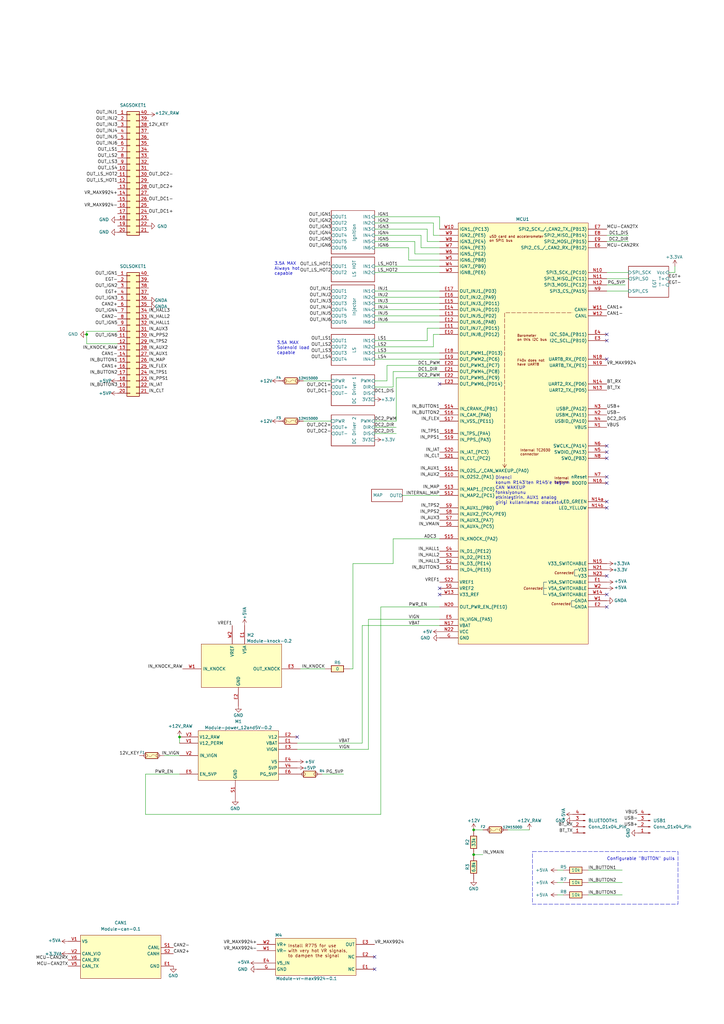
<source format=kicad_sch>
(kicad_sch (version 20231120) (generator "eeschema") (generator_version "8.0")
  (paper "A3" portrait)
  (title_block (title "UAEFI") (date "2024-08-15") (rev "D") (company "rusEFI.com") (comment 1 "https://rusefi.com/s/uaefi"))
  (lib_symbols
    (symbol "Connector:Conn_01x04_Pin" (pin_names (offset 1.016) hide)
      (property "Reference" "J" (at 0 5.08 0))
      (property "Value" "Conn_01x04_Pin" (at 0 -7.62 0))
      (symbol "Conn_01x04_Pin_1_1"
        (pin passive line (at 5.08 2.54 180) (length 3.81) (name "Pin_1") (number "1"))
        (pin passive line (at 5.08 0 180) (length 3.81) (name "Pin_2") (number "2"))
        (pin passive line (at 5.08 -2.54 180) (length 3.81) (name "Pin_3") (number "3"))
        (pin passive line (at 5.08 -5.08 180) (length 3.81) (name "Pin_4") (number "4"))
      )
    )
    (symbol "Connector_Generic:Conn_02x20_Counter_Clockwise" (pin_names (offset 1.016) hide)
      (property "Reference" "J" (at 1.27 25.4 0))
      (property "Value" "Conn_02x20_Counter_Clockwise" (at 1.27 -27.94 0))
      (symbol "Conn_02x20_Counter_Clockwise_1_1"
        (pin passive line (at -5.08 22.86 0) (length 3.81) (name "Pin_1") (number "1"))
        (pin passive line (at -5.08 0 0) (length 3.81) (name "Pin_10") (number "10"))
        (pin passive line (at -5.08 -2.54 0) (length 3.81) (name "Pin_11") (number "11"))
        (pin passive line (at -5.08 -5.08 0) (length 3.81) (name "Pin_12") (number "12"))
        (pin passive line (at -5.08 -7.62 0) (length 3.81) (name "Pin_13") (number "13"))
        (pin passive line (at -5.08 -10.16 0) (length 3.81) (name "Pin_14") (number "14"))
        (pin passive line (at -5.08 -12.7 0) (length 3.81) (name "Pin_15") (number "15"))
        (pin passive line (at -5.08 -15.24 0) (length 3.81) (name "Pin_16") (number "16"))
        (pin passive line (at -5.08 -17.78 0) (length 3.81) (name "Pin_17") (number "17"))
        (pin passive line (at -5.08 -20.32 0) (length 3.81) (name "Pin_18") (number "18"))
        (pin passive line (at -5.08 -22.86 0) (length 3.81) (name "Pin_19") (number "19"))
        (pin passive line (at -5.08 20.32 0) (length 3.81) (name "Pin_2") (number "2"))
        (pin passive line (at -5.08 -25.4 0) (length 3.81) (name "Pin_20") (number "20"))
        (pin passive line (at 7.62 -25.4 180) (length 3.81) (name "Pin_21") (number "21"))
        (pin passive line (at 7.62 -22.86 180) (length 3.81) (name "Pin_22") (number "22"))
        (pin passive line (at 7.62 -20.32 180) (length 3.81) (name "Pin_23") (number "23"))
        (pin passive line (at 7.62 -17.78 180) (length 3.81) (name "Pin_24") (number "24"))
        (pin passive line (at 7.62 -15.24 180) (length 3.81) (name "Pin_25") (number "25"))
        (pin passive line (at 7.62 -12.7 180) (length 3.81) (name "Pin_26") (number "26"))
        (pin passive line (at 7.62 -10.16 180) (length 3.81) (name "Pin_27") (number "27"))
        (pin passive line (at 7.62 -7.62 180) (length 3.81) (name "Pin_28") (number "28"))
        (pin passive line (at 7.62 -5.08 180) (length 3.81) (name "Pin_29") (number "29"))
        (pin passive line (at -5.08 17.78 0) (length 3.81) (name "Pin_3") (number "3"))
        (pin passive line (at 7.62 -2.54 180) (length 3.81) (name "Pin_30") (number "30"))
        (pin passive line (at 7.62 0 180) (length 3.81) (name "Pin_31") (number "31"))
        (pin passive line (at 7.62 2.54 180) (length 3.81) (name "Pin_32") (number "32"))
        (pin passive line (at 7.62 5.08 180) (length 3.81) (name "Pin_33") (number "33"))
        (pin passive line (at 7.62 7.62 180) (length 3.81) (name "Pin_34") (number "34"))
        (pin passive line (at 7.62 10.16 180) (length 3.81) (name "Pin_35") (number "35"))
        (pin passive line (at 7.62 12.7 180) (length 3.81) (name "Pin_36") (number "36"))
        (pin passive line (at 7.62 15.24 180) (length 3.81) (name "Pin_37") (number "37"))
        (pin passive line (at 7.62 17.78 180) (length 3.81) (name "Pin_38") (number "38"))
        (pin passive line (at 7.62 20.32 180) (length 3.81) (name "Pin_39") (number "39"))
        (pin passive line (at -5.08 15.24 0) (length 3.81) (name "Pin_4") (number "4"))
        (pin passive line (at 7.62 22.86 180) (length 3.81) (name "Pin_40") (number "40"))
        (pin passive line (at -5.08 12.7 0) (length 3.81) (name "Pin_5") (number "5"))
        (pin passive line (at -5.08 10.16 0) (length 3.81) (name "Pin_6") (number "6"))
        (pin passive line (at -5.08 7.62 0) (length 3.81) (name "Pin_7") (number "7"))
        (pin passive line (at -5.08 5.08 0) (length 3.81) (name "Pin_8") (number "8"))
        (pin passive line (at -5.08 2.54 0) (length 3.81) (name "Pin_9") (number "9"))
      )
    )
    (symbol "hellen-one-can-0.1:Module-can-0.1"
      (property "Reference" "M" (at 0 0 0))
      (property "Value" "Module-can-0.1" (at 0 0 0))
      (symbol "Module-can-0.1_1_0"
        (pin passive line (at 38.1 -12.7 180) (length 5.08) (name "GND") (number "E1"))
        (pin passive line (at 38.1 -5.08 180) (length 5.08) (name "CANL") (number "S1"))
        (pin passive line (at 38.1 -7.62 180) (length 5.08) (name "CANH") (number "S2"))
        (pin passive line (at -5.08 -2.54 0) (length 5.08) (name "V5") (number "V1"))
        (pin passive line (at -5.08 -7.62 0) (length 5.08) (name "CAN_VIO") (number "V2"))
        (pin passive line (at -5.08 -12.7 0) (length 5.08) (name "CAN_TX") (number "V5"))
        (pin passive line (at -5.08 -10.16 0) (length 5.08) (name "CAN_RX") (number "V6"))
      )
    )
    (symbol "hellen-one-common:+12V_RAW" (power) (pin_names (offset 0))
      (property "Value" "+12V_RAW" (at 0 3.556 0))
      (symbol "+12V_RAW_1_1"
        (pin power_in line (at 0 0 90) (length 0) hide (name "+12V_RAW") (number "1"))
      )
    )
    (symbol "hellen-one-common:Fuse-Pad-Pad" (pin_numbers hide) (pin_names (offset 0.762) hide)
      (property "Reference" "F" (at 0 2.54 0))
      (symbol "Fuse-Pad-Pad_0_1"
        (pin passive line (at -5.08 0 0) (length 2.54) (name "1") (number "1"))
        (pin passive line (at 5.08 0 180) (length 2.54) (name "2") (number "2"))
      )
    )
    (symbol "hellen-one-common:Jumper-Pad-Pad" (pin_numbers hide) (pin_names (offset 0.762) hide)
      (property "Reference" "R" (at 0 2.54 0))
      (symbol "Jumper-Pad-Pad_0_1"
        (pin passive line (at -5.08 0 0) (length 2.54) (name "1") (number "1"))
        (pin passive line (at 5.08 0 180) (length 2.54) (name "2") (number "2"))
      )
    )
    (symbol "hellen-one-common:Res" (pin_numbers hide)
      (property "Reference" "R" (at 3.81 2.54 0))
      (property "Value" "Res" (at 5.08 -2.54 0))
      (symbol "Res_1_0"
        (pin passive line (at 0 0 0) (length 2.54) (name "") (number "1"))
        (pin passive line (at 10.16 0 180) (length 2.54) (name "") (number "2"))
      )
    )
    (symbol "hellen-one-knock-0.2:Module-knock-0.2"
      (property "Reference" "M" (at 0 0 0))
      (property "Value" "Module-knock-0.2" (at 0 0 0))
      (symbol "Module-knock-0.2_1_0"
        (pin passive line (at 17.78 7.62 270) (length 7.62) (name "V5A") (number "E1"))
        (pin passive line (at 15.24 -25.4 90) (length 7.62) (name "GND") (number "E2"))
        (pin passive line (at 40.64 -10.16 180) (length 7.62) (name "OUT_KNOCK") (number "E3"))
        (pin passive line (at -7.62 -10.16 0) (length 7.62) (name "IN_KNOCK") (number "W1"))
        (pin passive line (at 12.7 7.62 270) (length 7.62) (name "VREF") (number "W2"))
      )
    )
    (symbol "hellen-one-mega-mcu100-0.3:Module{colon}mega-mcu100/0.3"
      (property "Reference" "M100" (at 7.62 2.54 0))
      (property "Value" "Module:mega-mcu100/0.3" (at 7.62 -172.72 0))
      (symbol "Module{colon}mega-mcu100/0.3_1_0"
        (text "Barometer\non this I2C bus" (at 31.75 -44.45 0) (effects (font (size 1.016 1.016)) (justify left)))
        (text "Connected" (at 34.29 -147.32 0) (effects (font (size 1.016 1.016) (italic yes)) (justify left)))
        (text "Connected" (at 45.72 -153.67 0) (effects (font (size 1.016 1.016) (italic yes)) (justify left)))
        (text "Connected" (at 46.99 -140.97 0) (effects (font (size 1.016 1.016) (italic yes)) (justify left)))
        (text "F40x does not\nhave UART8" (at 31.75 -54.61 0) (effects (font (size 1.016 1.016)) (justify left)))
        (text "Internal\nbuttons" (at 46.99 -102.87 0) (effects (font (size 1.016 1.016)) (justify left)))
        (text "Internal TC2030\nconnector" (at 33.02 -91.44 0) (effects (font (size 1.016 1.016)) (justify left)))
        (text "uSD card and accelerometer \non SPI1 bus" (at 20.32 -3.81 0) (effects (font (size 1.016 1.016)) (justify left)))
        (pin passive line (at 68.58 -144.78 180) (length 7.62) (name "V5A_SWITCHABLE") (number "E1"))
        (pin passive line (at 0 -43.18 0) (length 7.62) (name "OUT_INJ8_(PD12)") (number "E10"))
        (pin passive line (at 0 -40.64 0) (length 7.62) (name "OUT_INJ7_(PD15)") (number "E11"))
        (pin passive line (at 0 -38.1 0) (length 7.62) (name "OUT_INJ6_(PA8)") (number "E12"))
        (pin passive line (at 0 -35.56 0) (length 7.62) (name "OUT_INJ5_(PD2)") (number "E13"))
        (pin passive line (at 0 -33.02 0) (length 7.62) (name "OUT_INJ4_(PD10)") (number "E14"))
        (pin passive line (at 0 -30.48 0) (length 7.62) (name "OUT_INJ3_(PD11)") (number "E15"))
        (pin passive line (at 0 -27.94 0) (length 7.62) (name "OUT_INJ2_(PA9)") (number "E16"))
        (pin passive line (at 0 -25.4 0) (length 7.62) (name "OUT_INJ1_(PD3)") (number "E17"))
        (pin passive line (at 0 -50.8 0) (length 7.62) (name "OUT_PWM1_(PD13)") (number "E18"))
        (pin passive line (at 0 -53.34 0) (length 7.62) (name "OUT_PWM2_(PC6)") (number "E19"))
        (pin passive line (at 68.58 -154.94 180) (length 7.62) (name "GNDA") (number "E2"))
        (pin passive line (at 0 -55.88 0) (length 7.62) (name "OUT_PWM3_(PC7)") (number "E20"))
        (pin passive line (at 0 -58.42 0) (length 7.62) (name "OUT_PWM4_(PC8)") (number "E21"))
        (pin passive line (at 0 -60.96 0) (length 7.62) (name "OUT_PWM5_(PC9)") (number "E22"))
        (pin passive line (at 0 -63.5 0) (length 7.62) (name "OUT_PWM6_(PD14)") (number "E23"))
        (pin passive line (at 68.58 -45.72 180) (length 7.62) (name "I2C_SCL_(PB10)") (number "E3"))
        (pin passive line (at 68.58 -43.18 180) (length 7.62) (name "I2C_SDA_(PB11)") (number "E4"))
        (pin passive line (at 0 -160.02 0) (length 7.62) (name "IN_VIGN_(PA5)") (number "E5"))
        (pin passive line (at 68.58 -7.62 180) (length 7.62) (name "SPI2_CS_/_CAN2_RX_(PB12)") (number "E6"))
        (pin passive line (at 68.58 0 180) (length 7.62) (name "SPI2_SCK_/_CAN2_TX_(PB13)") (number "E7"))
        (pin passive line (at 68.58 -2.54 180) (length 7.62) (name "SPI2_MISO_(PB14)") (number "E8"))
        (pin passive line (at 68.58 -5.08 180) (length 7.62) (name "SPI2_MOSI_(PB15)") (number "E9"))
        (pin passive line (at 0 -167.64 0) (length 7.62) (name "GND") (number "G"))
        (pin passive line (at 68.58 -81.28 180) (length 7.62) (name "VBUS") (number "N1"))
        (pin passive line (at 68.58 -17.78 180) (length 7.62) (name "SPI3_SCK_(PC10)") (number "N10"))
        (pin passive line (at 68.58 -20.32 180) (length 7.62) (name "SPI3_MISO_(PC11)") (number "N11"))
        (pin passive line (at 68.58 -22.86 180) (length 7.62) (name "SPI3_MOSI_(PC12)") (number "N12"))
        (pin passive line (at 68.58 -66.04 180) (length 7.62) (name "UART2_TX_(PD5)") (number "N13"))
        (pin passive line (at 68.58 -63.5 180) (length 7.62) (name "UART2_RX_(PD6)") (number "N14"))
        (pin passive line (at 68.58 -111.76 180) (length 7.62) (name "LED_GREEN") (number "N14a"))
        (pin passive line (at 68.58 -114.3 180) (length 7.62) (name "LED_YELLOW") (number "N14b"))
        (pin passive line (at 68.58 -137.16 180) (length 7.62) (name "V33_SWITCHABLE") (number "N15"))
        (pin passive line (at 68.58 -104.14 180) (length 7.62) (name "BOOT0") (number "N16"))
        (pin passive line (at 0 -162.56 0) (length 7.62) (name "VBAT") (number "N17"))
        (pin passive line (at 68.58 -53.34 180) (length 7.62) (name "UART8_RX_(PE0)") (number "N18"))
        (pin passive line (at 68.58 -55.88 180) (length 7.62) (name "UART8_TX_(PE1)") (number "N19"))
        (pin passive line (at 68.58 -76.2 180) (length 7.62) (name "USBM_(PA11)") (number "N2"))
        (pin passive line (at 0 -154.94 0) (length 7.62) (name "OUT_PWR_EN_(PE10)") (number "N20"))
        (pin passive line (at 68.58 -139.7 180) (length 7.62) (name "V33") (number "N21"))
        (pin passive line (at 0 -165.1 0) (length 7.62) (name "VCC") (number "N22"))
        (pin passive line (at 68.58 -142.24 180) (length 7.62) (name "V33") (number "N23"))
        (pin passive line (at 68.58 -73.66 180) (length 7.62) (name "USBP_(PA12)") (number "N3"))
        (pin passive line (at 68.58 -78.74 180) (length 7.62) (name "USBID_(PA10)") (number "N4"))
        (pin passive line (at 68.58 -91.44 180) (length 7.62) (name "SWDIO_(PA13)") (number "N5"))
        (pin passive line (at 68.58 -88.9 180) (length 7.62) (name "SWCLK_(PA14)") (number "N6"))
        (pin passive line (at 68.58 -101.6 180) (length 7.62) (name "nReset") (number "N7"))
        (pin passive line (at 68.58 -93.98 180) (length 7.62) (name "SWO_(PB3)") (number "N8"))
        (pin passive line (at 68.58 -25.4 180) (length 7.62) (name "SPI3_CS_(PA15)") (number "N9"))
        (pin passive line (at 0 -139.7 0) (length 7.62) (name "IN_D4_(PE15)") (number "S1"))
        (pin passive line (at 0 -101.6 0) (length 7.62) (name "IN_O2S2_(PA1)") (number "S10"))
        (pin passive line (at 0 -99.06 0) (length 7.62) (name "IN_O2S_/_CAN_WAKEUP_(PA0)") (number "S11"))
        (pin passive line (at 0 -109.22 0) (length 7.62) (name "IN_MAP2_(PC1)") (number "S12"))
        (pin passive line (at 0 -106.68 0) (length 7.62) (name "IN_MAP1_(PC0)") (number "S13"))
        (pin passive line (at 0 -73.66 0) (length 7.62) (name "IN_CRANK_(PB1)") (number "S14"))
        (pin passive line (at 0 -127 0) (length 7.62) (name "IN_KNOCK_(PA2)") (number "S15"))
        (pin passive line (at 0 -76.2 0) (length 7.62) (name "IN_CAM_(PA6)") (number "S16"))
        (pin passive line (at 0 -78.74 0) (length 7.62) (name "IN_VSS_(PE11)") (number "S17"))
        (pin passive line (at 0 -83.82 0) (length 7.62) (name "IN_TPS_(PA4)") (number "S18"))
        (pin passive line (at 0 -86.36 0) (length 7.62) (name "IN_PPS_(PA3)") (number "S19"))
        (pin passive line (at 0 -137.16 0) (length 7.62) (name "IN_D3_(PE14)") (number "S2"))
        (pin passive line (at 0 -91.44 0) (length 7.62) (name "IN_IAT_(PC3)") (number "S20"))
        (pin passive line (at 0 -93.98 0) (length 7.62) (name "IN_CLT_(PC2)") (number "S21"))
        (pin passive line (at 0 -144.78 0) (length 7.62) (name "VREF1") (number "S22"))
        (pin passive line (at 0 -134.62 0) (length 7.62) (name "IN_D2_(PE13)") (number "S3"))
        (pin passive line (at 0 -132.08 0) (length 7.62) (name "IN_D1_(PE12)") (number "S4"))
        (pin passive line (at 0 -147.32 0) (length 7.62) (name "VREF2") (number "S5"))
        (pin passive line (at 0 -121.92 0) (length 7.62) (name "IN_AUX4_(PC5)") (number "S6"))
        (pin passive line (at 0 -119.38 0) (length 7.62) (name "IN_AUX3_(PA7)") (number "S7"))
        (pin passive line (at 0 -116.84 0) (length 7.62) (name "IN_AUX2_(PC4/PE9)") (number "S8"))
        (pin passive line (at 0 -114.3 0) (length 7.62) (name "IN_AUX1_(PB0)") (number "S9"))
        (pin passive line (at 68.58 -152.4 180) (length 7.62) (name "GNDA") (number "W1"))
        (pin passive line (at 0 0 0) (length 7.62) (name "IGN1_(PC13)") (number "W10"))
        (pin passive line (at 68.58 -33.02 180) (length 7.62) (name "CANH") (number "W11"))
        (pin passive line (at 68.58 -35.56 180) (length 7.62) (name "CANL") (number "W12"))
        (pin passive line (at 0 -149.86 0) (length 7.62) (name "V33_REF") (number "W13"))
        (pin passive line (at 68.58 -149.86 180) (length 7.62) (name "V5A_SWITCHABLE") (number "W14"))
        (pin passive line (at 68.58 -147.32 180) (length 7.62) (name "V5A_SWITCHABLE") (number "W2"))
        (pin passive line (at 0 -17.78 0) (length 7.62) (name "IGN8_(PE6)") (number "W3"))
        (pin passive line (at 0 -15.24 0) (length 7.62) (name "IGN7_(PB9)") (number "W4"))
        (pin passive line (at 0 -12.7 0) (length 7.62) (name "IGN6_(PB8)") (number "W5"))
        (pin passive line (at 0 -10.16 0) (length 7.62) (name "IGN5_(PE2)") (number "W6"))
        (pin passive line (at 0 -7.62 0) (length 7.62) (name "IGN4_(PE3)") (number "W7"))
        (pin passive line (at 0 -5.08 0) (length 7.62) (name "IGN3_(PE4)") (number "W8"))
        (pin passive line (at 0 -2.54 0) (length 7.62) (name "IGN2_(PE5)") (number "W9"))
      )
    )
    (symbol "hellen-one-power_12and5V:Module-power_12and5V-0.2"
      (property "Reference" "M" (at 1.27 1.27 0))
      (property "Value" "Module-power_12and5V-0.2" (at -1.27 3.81 0))
      (symbol "Module-power_12and5V-0.2_1_0"
        (pin passive line (at 40.64 -5.08 180) (length 7.62) (name "VBAT") (number "E1"))
        (pin passive line (at 40.64 -2.54 180) (length 7.62) (name "V12") (number "E2"))
        (pin passive line (at 40.64 -7.62 180) (length 7.62) (name "VIGN") (number "E3"))
        (pin passive line (at 40.64 -12.7 180) (length 7.62) (name "V5") (number "E4"))
        (pin passive line (at -7.62 -17.78 0) (length 7.62) (name "EN_5VP") (number "E5"))
        (pin passive line (at 40.64 -17.78 180) (length 7.62) (name "PG_5VP") (number "E6"))
        (pin passive line (at 15.24 -27.94 90) (length 7.62) (name "GND") (number "S1"))
        (pin passive line (at -7.62 -5.08 0) (length 7.62) (name "V12_PERM") (number "V1"))
        (pin passive line (at -7.62 -10.16 0) (length 7.62) (name "IN_VIGN") (number "V2"))
        (pin passive line (at -7.62 -2.54 0) (length 7.62) (name "V12_RAW") (number "V3"))
        (pin passive line (at 40.64 -15.24 180) (length 7.62) (name "5VP") (number "V4"))
      )
    )
    (symbol "power:+12V" (power) (pin_names (offset 0))
      (property "Value" "+12V" (at 0 3.556 0))
      (symbol "+12V_1_1"
        (pin power_in line (at 0 0 90) (length 0) hide (name "+12V") (number "1"))
      )
    )
    (symbol "power:+3.3V" (power) (pin_names (offset 0))
      (property "Value" "+3.3V" (at 0 3.556 0))
      (symbol "+3.3V_1_1"
        (pin power_in line (at 0 0 90) (length 0) hide (name "+3.3V") (number "1"))
      )
    )
    (symbol "power:+3.3VA" (power) (pin_names (offset 0))
      (property "Value" "+3.3VA" (at 0 3.556 0))
      (symbol "+3.3VA_1_1"
        (pin power_in line (at 0 0 90) (length 0) hide (name "+3.3VA") (number "1"))
      )
    )
    (symbol "power:+5V" (power) (pin_names (offset 0))
      (property "Value" "+5V" (at 0 3.556 0))
      (symbol "+5V_1_1"
        (pin power_in line (at 0 0 90) (length 0) hide (name "+5V") (number "1"))
      )
    )
    (symbol "power:+5VA" (power) (pin_names (offset 0))
      (property "Value" "+5VA" (at 0 3.556 0))
      (symbol "+5VA_1_1"
        (pin power_in line (at 0 0 90) (length 0) hide (name "+5VA") (number "1"))
      )
    )
    (symbol "power:+5VP" (power) (pin_names (offset 0))
      (property "Value" "+5VP" (at 0 3.556 0))
      (symbol "+5VP_1_1"
        (pin power_in line (at 0 0 90) (length 0) hide (name "+5VP") (number "1"))
      )
    )
    (symbol "power:GND" (power) (pin_names (offset 0))
      (property "Value" "GND" (at 0 -3.81 0))
      (symbol "GND_1_1"
        (pin power_in line (at 0 0 270) (length 0) hide (name "GND") (number "1"))
      )
    )
    (symbol "power:GNDA" (power) (pin_names (offset 0))
      (property "Value" "GNDA" (at 0 -3.81 0))
      (symbol "GNDA_1_1"
        (pin power_in line (at 0 0 270) (length 0) hide (name "GNDA") (number "1"))
      )
    )
    (symbol "vr-max9924:Module-vr-max9924-0.1"
      (property "Reference" "M" (at 1.27 1.27 0))
      (property "Value" "Module-vr-max9924-0.1" (at 16.51 -16.51 0))
      (symbol "Module-vr-max9924-0.1_1_0"
        (text "Install R775 for use \nwith very hot VR signals, \nto dampen the signal" (at 5.08 -5.08 0) (effects (font (size 1.27 1.27)) (justify left)))
        (pin passive line (at 40.64 -12.7 180) (length 7.62) (name "NC") (number "E1"))
        (pin passive line (at 40.64 -7.62 180) (length 7.62) (name "NC") (number "E2"))
        (pin passive line (at 40.64 -2.54 180) (length 7.62) (name "OUT") (number "E3"))
        (pin passive line (at -7.62 -10.16 0) (length 7.62) (name "V5_IN") (number "E4"))
        (pin passive line (at -7.62 -12.7 0) (length 7.62) (name "GND") (number "G"))
        (pin passive line (at -7.62 -5.08 0) (length 7.62) (name "VR-") (number "W1"))
        (pin passive line (at -7.62 -2.54 0) (length 7.62) (name "VR+") (number "W2"))
      )
    )
  )
  (junction (at 194.31 340.36))
  (junction (at 73.66 302.26))
  (junction (at 35.56 137.16))
  (junction (at 194.31 350.52))
  (no_connect (at 248.92 182.88))
  (no_connect (at 248.92 187.96))
  (no_connect (at 248.92 248.92))
  (no_connect (at 248.92 147.32))
  (no_connect (at 248.92 198.12))
  (no_connect (at 248.92 208.28))
  (no_connect (at 248.92 185.42))
  (no_connect (at 121.92 302.26))
  (no_connect (at 248.92 236.22))
  (no_connect (at 248.92 205.74))
  (no_connect (at 153.67 392.43))
  (no_connect (at 248.92 243.84))
  (no_connect (at 180.34 157.48))
  (no_connect (at 248.92 137.16))
  (no_connect (at 248.92 139.7))
  (no_connect (at 153.67 397.51))
  (no_connect (at 180.34 241.3))
  (no_connect (at 180.34 243.84))
  (no_connect (at 248.92 195.58))
  (wire (pts (xy 153.67 139.7) (xy 175.26 139.7)))
  (wire (pts (xy 153.67 147.32) (xy 180.34 147.32)))
  (wire (pts (xy 153.67 119.38) (xy 180.34 119.38)))
  (wire (pts (xy 153.67 172.72) (xy 162.56 172.72)))
  (wire (pts (xy 153.67 129.54) (xy 180.34 129.54)))
  (wire (pts (xy 153.67 93.98) (xy 175.26 93.98)))
  (wire (pts (xy 276.86 111.76) (xy 276.86 109.22)))
  (wire (pts (xy 133.35 274.32) (xy 123.19 274.32)))
  (wire (pts (xy 153.67 127) (xy 180.34 127)))
  (wire (pts (xy 180.34 88.9) (xy 180.34 93.98)))
  (wire (pts (xy 153.67 111.76) (xy 180.34 111.76)))
  (wire (pts (xy 153.67 101.6) (xy 167.64 101.6)))
  (wire (pts (xy 208.28 340.36) (xy 217.17 340.36)))
  (wire (pts (xy 156.21 334.01) (xy 156.21 248.92)))
  (wire (pts (xy 153.67 144.78) (xy 180.34 144.78)))
  (wire (pts (xy 167.64 106.68) (xy 180.34 106.68)))
  (wire (pts (xy 148.59 256.54) (xy 180.34 256.54)))
  (wire (pts (xy 248.92 99.06) (xy 257.81 99.06)))
  (wire (pts (xy 241.3 361.95) (xy 255.27 361.95)))
  (wire (pts (xy 124.46 172.72) (xy 135.89 172.72)))
  (wire (pts (xy 172.72 101.6) (xy 180.34 101.6)))
  (wire (pts (xy 248.92 111.76) (xy 257.81 111.76)))
  (wire (pts (xy 153.67 124.46) (xy 180.34 124.46)))
  (wire (pts (xy 248.92 96.52) (xy 257.81 96.52)))
  (wire (pts (xy 177.8 137.16) (xy 180.34 137.16)))
  (wire (pts (xy 35.56 135.89) (xy 35.56 137.16)))
  (wire (pts (xy 256.54 116.84) (xy 248.92 116.84)))
  (wire (pts (xy 170.18 99.06) (xy 170.18 104.14)))
  (wire (pts (xy 161.29 152.4) (xy 180.34 152.4)))
  (wire (pts (xy 153.67 121.92) (xy 180.34 121.92)))
  (wire (pts (xy 124.46 156.21) (xy 135.89 156.21)))
  (wire (pts (xy 175.26 134.62) (xy 180.34 134.62)))
  (wire (pts (xy 161.29 220.98) (xy 180.34 220.98)))
  (wire (pts (xy 59.69 317.5) (xy 73.66 317.5)))
  (wire (pts (xy 172.72 96.52) (xy 172.72 101.6)))
  (wire (pts (xy 158.75 149.86) (xy 180.34 149.86)))
  (wire (pts (xy 153.67 91.44) (xy 177.8 91.44)))
  (wire (pts (xy 144.78 231.14) (xy 161.29 231.14)))
  (wire (pts (xy 156.21 248.92) (xy 180.34 248.92)))
  (wire (pts (xy 143.51 274.32) (xy 144.78 274.32)))
  (wire (pts (xy 162.56 172.72) (xy 162.56 154.94)))
  (wire (pts (xy 165.1 203.2) (xy 180.34 203.2)))
  (wire (pts (xy 161.29 231.14) (xy 161.29 220.98)))
  (wire (pts (xy 153.67 175.26) (xy 162.56 175.26)))
  (wire (pts (xy 59.69 334.01) (xy 156.21 334.01)))
  (wire (pts (xy 194.31 340.36) (xy 198.12 340.36)))
  (wire (pts (xy 132.08 317.5) (xy 140.97 317.5)))
  (wire (pts (xy 194.31 350.52) (xy 198.12 350.52)))
  (wire (pts (xy 153.67 109.22) (xy 180.34 109.22)))
  (wire (pts (xy 153.67 142.24) (xy 177.8 142.24)))
  (wire (pts (xy 175.26 99.06) (xy 180.34 99.06)))
  (wire (pts (xy 151.13 254) (xy 180.34 254)))
  (wire (pts (xy 121.92 304.8) (xy 148.59 304.8)))
  (wire (pts (xy 248.92 119.38) (xy 257.81 119.38)))
  (wire (pts (xy 175.26 139.7) (xy 175.26 134.62)))
  (wire (pts (xy 153.67 96.52) (xy 172.72 96.52)))
  (wire (pts (xy 161.29 158.75) (xy 161.29 152.4)))
  (wire (pts (xy 151.13 307.34) (xy 151.13 254)))
  (wire (pts (xy 153.67 99.06) (xy 170.18 99.06)))
  (wire (pts (xy 153.67 156.21) (xy 158.75 156.21)))
  (wire (pts (xy 59.69 334.01) (xy 59.69 317.5)))
  (wire (pts (xy 153.67 88.9) (xy 180.34 88.9)))
  (wire (pts (xy 170.18 104.14) (xy 180.34 104.14)))
  (wire (pts (xy 48.26 140.97) (xy 35.56 140.97)))
  (wire (pts (xy 148.59 304.8) (xy 148.59 256.54)))
  (wire (pts (xy 48.26 135.89) (xy 35.56 135.89)))
  (wire (pts (xy 228.6 361.95) (xy 231.14 361.95)))
  (wire (pts (xy 35.56 140.97) (xy 35.56 137.16)))
  (wire (pts (xy 144.78 274.32) (xy 144.78 231.14)))
  (wire (pts (xy 228.6 367.03) (xy 231.14 367.03)))
  (wire (pts (xy 175.26 93.98) (xy 175.26 99.06)))
  (wire (pts (xy 167.64 101.6) (xy 167.64 106.68)))
  (wire (pts (xy 73.66 302.26) (xy 73.66 304.8)))
  (wire (pts (xy 121.92 307.34) (xy 151.13 307.34)))
  (wire (pts (xy 67.31 309.88) (xy 73.66 309.88)))
  (wire (pts (xy 228.6 356.87) (xy 231.14 356.87)))
  (wire (pts (xy 158.75 156.21) (xy 158.75 149.86)))
  (wire (pts (xy 153.67 158.75) (xy 161.29 158.75)))
  (wire (pts (xy 153.67 132.08) (xy 180.34 132.08)))
  (wire (pts (xy 153.67 177.8) (xy 162.56 177.8)))
  (wire (pts (xy 177.8 142.24) (xy 177.8 137.16)))
  (wire (pts (xy 274.32 111.76) (xy 276.86 111.76)))
  (wire (pts (xy 162.56 154.94) (xy 180.34 154.94)))
  (wire (pts (xy 177.8 96.52) (xy 180.34 96.52)))
  (wire (pts (xy 248.92 114.3) (xy 257.81 114.3)))
  (wire (pts (xy 241.3 356.87) (xy 255.27 356.87)))
  (wire (pts (xy 241.3 367.03) (xy 255.27 367.03)))
  (wire (pts (xy 177.8 91.44) (xy 177.8 96.52)))
  (rectangle (start 218.44 349.25) (end 278.13 370.84) (stroke (width 0) (type dash)))
  (text "3.5A MAX\nSolenoid load\ncapable" (at 113.538 145.542 0) (effects (font (size 1.27 1.27)) (justify left bottom)))
  (text "Direnci\nkonum R143'ten R145'e taşıyın\nCAN WAKEUP\nfonksiyonunu\netkinleştirin. AUX1 analog\ngirişi kullanılamaz olacaktır." (at 203.2 207.01 0) (effects (font (size 1.27 1.27)) (justify left bottom)))
  (text "3.5A MAX\nAlways hot\ncapable" (at 112.522 113.03 0) (effects (font (size 1.27 1.27)) (justify left bottom)))
  (text "Configurable \"BUTTON\" pulls" (at 248.92 353.06 0) (effects (font (size 1.27 1.27)) (justify left bottom)))
  (label "PG_5VP" (at 256.54 116.84 180))
  (label "IN_HALL1" (at 180.34 226.06 180))
  (label "12V_KEY" (at 57.15 309.88 180))
  (label "IN_PPS1" (at 180.34 180.34 180))
  (label "IN_PPS2" (at 60.96 138.43 0))
  (label "MCU-CAN2TX" (at 248.92 93.98 0))
  (label "OUT_LS1" (at 135.89 139.7 180))
  (label "CAN1-" (at 48.26 146.05 180))
  (label "IN_AUX2" (at 60.96 143.51 0))
  (label "DC2_DIR" (at 153.67 175.26 0))
  (label "OUT_DC1-" (at 135.89 161.29 180))
  (label "OUT_IGN3" (at 135.89 93.98 180))
  (label "OUT_INJ6" (at 48.26 59.69 180))
  (label "OUT_INJ5" (at 48.26 57.15 180))
  (label "MCU-CAN2RX" (at 27.94 393.7 180))
  (label "IN_IAT" (at 60.96 158.75 0))
  (label "LS3" (at 154.94 144.78 0))
  (label "IN_CLT" (at 180.34 187.96 180))
  (label "CAN2-" (at 71.12 388.62 0))
  (label "MCU-CAN2RX" (at 248.92 101.6 0))
  (label "EGT+" (at 48.26 120.65 180))
  (label "OUT_LS3" (at 48.26 67.31 180))
  (label "IN_HALL3" (at 60.96 128.27 0))
  (label "OUT_INJ4" (at 135.89 127 180))
  (label "OUT_LS4" (at 135.89 147.32 180))
  (label "OUT_DC2-" (at 135.89 177.8 180))
  (label "INJ6" (at 154.94 132.08 0))
  (label "BT_RX" (at 234.95 339.09 180))
  (label "OUT_INJ1" (at 135.89 119.38 180))
  (label "CAN1+" (at 248.92 127 0))
  (label "IN_BUTTON3" (at 241.3 367.03 0))
  (label "IGN5" (at 154.94 99.06 0))
  (label "OUT_IGN5" (at 48.26 133.35 180))
  (label "IN_FLEX" (at 180.34 172.72 180))
  (label "VR_MAX9924+" (at 48.26 80.01 180))
  (label "IN_HALL2" (at 60.96 130.81 0))
  (label "IN_VMAIN" (at 198.12 350.52 0))
  (label "USB-" (at 261.62 336.55 180))
  (label "OUT_INJ3" (at 48.26 52.07 180))
  (label "BT_TX" (at 234.95 341.63 180))
  (label "IN_AUX1" (at 60.96 146.05 0))
  (label "VIGN" (at 143.51 307.34 180))
  (label "VBAT" (at 167.64 256.54 0))
  (label "IN_HALL2" (at 180.34 228.6 180))
  (label "IGN6" (at 154.94 101.6 0))
  (label "USB+" (at 248.92 167.64 0))
  (label "OUT_INJ2" (at 48.26 49.53 180))
  (label "OUT_LS_HOT2" (at 135.89 111.76 180))
  (label "CAN1+" (at 48.26 151.13 180))
  (label "BT_RX" (at 248.92 157.48 0))
  (label "VREF1" (at 180.34 238.76 180))
  (label "IN_BUTTON1" (at 180.34 167.64 180))
  (label "OUT_INJ4" (at 48.26 54.61 180))
  (label "IN_TPS2" (at 60.96 140.97 0))
  (label "OUT_LS3" (at 135.89 144.78 180))
  (label "INJ4" (at 154.94 127 0))
  (label "DC1_DIS" (at 257.81 96.52 180))
  (label "LS4" (at 154.94 147.32 0))
  (label "IN_TPS1" (at 60.96 153.67 0))
  (label "INJ5" (at 154.94 129.54 0))
  (label "IN_KNOCK" (at 133.35 274.32 180))
  (label "BT_TX" (at 248.92 160.02 0))
  (label "USB+" (at 261.62 339.09 180))
  (label "DC2_DIS" (at 248.92 172.72 0))
  (label "IGN2" (at 154.94 91.44 0))
  (label "OUT_DC2+" (at 60.96 77.47 0))
  (label "USB-" (at 248.92 170.18 0))
  (label "OUT_IGN4" (at 135.89 96.52 180))
  (label "IN_BUTTON1" (at 48.26 148.59 180))
  (label "DC2_PWM" (at 153.67 172.72 0))
  (label "IN_BUTTON1" (at 241.3 356.87 0))
  (label "VREF1" (at 95.25 256.54 180))
  (label "PWR_EN" (at 63.5 317.5 0))
  (label "OUT_LS1" (at 48.26 62.23 180))
  (label "VBAT" (at 143.51 304.8 180))
  (label "IN_PPS1" (at 60.96 156.21 0))
  (label "OUT_IGN2" (at 135.89 91.44 180))
  (label "PG_5VP" (at 140.97 317.5 180))
  (label "OUT_DC1+" (at 60.96 87.63 0))
  (label "OUT_LS_HOT1" (at 135.89 109.22 180))
  (label "LS_HOT2" (at 154.94 111.76 0))
  (label "OUT_IGN2" (at 48.26 118.11 180))
  (label "IN_MAP" (at 60.96 148.59 0))
  (label "OUT_INJ3" (at 135.89 124.46 180))
  (label "IN_KNOCK_RAW" (at 48.26 143.51 180))
  (label "VR_MAX9924" (at 248.92 149.86 0))
  (label "DC2_PWM" (at 171.45 154.94 0))
  (label "DC2_DIR" (at 257.81 99.06 180))
  (label "IN_BUTTON3" (at 180.34 233.68 180))
  (label "IN_TPS2" (at 180.34 208.28 180))
  (label "IN_HALL3" (at 180.34 231.14 180))
  (label "OUT_IGN1" (at 48.26 113.03 180))
  (label "IN_AUX1" (at 180.34 193.04 180))
  (label "IN_BUTTON3" (at 48.26 158.75 180))
  (label "DC1_DIR" (at 171.45 152.4 0))
  (label "IN_PPS2" (at 180.34 210.82 180))
  (label "VR_MAX9924+" (at 105.41 387.35 180))
  (label "OUT_INJ2" (at 135.89 121.92 180))
  (label "LS2" (at 154.94 142.24 0))
  (label "EGT-" (at 48.26 115.57 180))
  (label "MCU-CAN2TX" (at 27.94 396.24 180))
  (label "OUT_DC2-" (at 60.96 72.39 0))
  (label "VIGN" (at 167.64 254 0))
  (label "IN_AUX3" (at 60.96 135.89 0))
  (label "INJ3" (at 154.94 124.46 0))
  (label "VR_MAX9924" (at 153.67 387.35 0))
  (label "IN_TPS1" (at 180.34 177.8 180))
  (label "EGT+" (at 274.32 114.3 0))
  (label "ADC3" (at 173.99 220.98 0))
  (label "OUT_IGN6" (at 135.89 101.6 180))
  (label "OUT_INJ6" (at 135.89 132.08 180))
  (label "VBUS" (at 248.92 175.26 0))
  (label "OUT_LS_HOT1" (at 48.26 74.93 180))
  (label "IN_MAP" (at 180.34 200.66 180))
  (label "IN_BUTTON2" (at 180.34 170.18 180))
  (label "CAN2+" (at 71.12 391.16 0))
  (label "OUT_INJ5" (at 135.89 129.54 180))
  (label "VR_MAX9924-" (at 105.41 389.89 180))
  (label "CAN1-" (at 248.92 129.54 0))
  (label "IN_AUX2" (at 180.34 195.58 180))
  (label "CAN2+" (at 48.26 125.73 180))
  (label "IGN1" (at 154.94 88.9 0))
  (label "IN_IAT" (at 180.34 185.42 180))
  (label "IN_HALL1" (at 60.96 133.35 0))
  (label "OUT_IGN3" (at 48.26 123.19 180))
  (label "OUT_IGN4" (at 48.26 128.27 180))
  (label "IN_CLT" (at 60.96 161.29 0))
  (label "12V_KEY" (at 60.96 52.07 0))
  (label "OUT_LS2" (at 135.89 142.24 180))
  (label "PWR_EN" (at 167.64 248.92 0))
  (label "OUT_DC1+" (at 135.89 158.75 180))
  (label "IN_VIGN" (at 73.66 309.88 180))
  (label "OUT_IGN1" (at 135.89 88.9 180))
  (label "OUT_DC1-" (at 60.96 82.55 0))
  (label "OUT_INJ1" (at 48.26 46.99 180))
  (label "VR_MAX9924-" (at 48.26 85.09 180))
  (label "OUT_IGN5" (at 135.89 99.06 180))
  (label "IGN4" (at 154.94 96.52 0))
  (label "IN_KNOCK_RAW" (at 74.93 274.32 180))
  (label "DC1_DIS" (at 153.67 161.29 0))
  (label "OUT_LS4" (at 48.26 69.85 180))
  (label "LS_HOT1" (at 154.94 109.22 0))
  (label "INJ1" (at 154.94 119.38 0))
  (label "OUT_IGN6" (at 48.26 138.43 180))
  (label "IN_AUX3" (at 180.34 213.36 180))
  (label "IGN3" (at 154.94 93.98 0))
  (label "DC2_DIS" (at 153.67 177.8 0))
  (label "INJ2" (at 154.94 121.92 0))
  (label "OUT_DC2+" (at 135.89 175.26 180))
  (label "EGT-" (at 274.32 116.84 0))
  (label "IN_FLEX" (at 60.96 151.13 0))
  (label "OUT_LS_HOT2" (at 48.26 72.39 180))
  (label "OUT_LS2" (at 48.26 64.77 180))
  (label "LS1" (at 154.94 139.7 0))
  (label "CAN2-" (at 48.26 130.81 180))
  (label "DC1_PWM" (at 171.45 149.86 0))
  (label "VBUS" (at 261.62 334.01 180))
  (label "IN_VMAIN" (at 180.34 215.9 180))
  (label "IN_BUTTON2" (at 48.26 153.67 180))
  (label "INTERNAL_MAP" (at 180.34 203.2 180))
  (label "IN_BUTTON2" (at 241.3 361.95 0))
  (symbol (lib_id "hellen-one-common:+12V_RAW") (at 217.17 340.36 0) (unit 1)
    (property "Reference" "#PWR015" (effects (hide yes)))
    (property "Value" "+12V_RAW" (at 212.09 336.55 0) (effects (justify left)))
  )
  (symbol (lib_id "power:GND") (at 180.34 261.62 270) (mirror x) (unit 1)
    (property "Reference" "#PWR034" (effects (hide yes)))
    (property "Value" "GND" (at 176.53 261.62 90) (effects (justify right)))
  )
  (symbol (lib_id "power:+3.3V") (at 248.92 233.68 270) (unit 1)
    (property "Reference" "#PWR046" (effects (hide yes)))
    (property "Value" "+3.3V" (at 251.46 233.68 90) (effects (justify left)))
  )
  (symbol (lib_id "power:+5VP") (at 48.26 156.21 90) (unit 1)
    (property "Reference" "#PWR020" (effects (hide yes)))
    (property "Value" "+5VP" (at 43.18 156.21 90))
  )
  (symbol (lib_id "power:GND") (at 60.96 125.73 90) (mirror x) (unit 1)
    (property "Reference" "#PWR010" (effects (hide yes)))
    (property "Value" "GNDA" (at 66.04 125.73 90))
  )
  (symbol (lib_id "hellen-one-common:Fuse-Pad-Pad") (at 119.38 172.72 0) (unit 1)
    (property "Reference" "F3" (at 114.3 171.45 0) (effects (font (size 1.016 1.016))))
    (property "Value" "12H1500D" (at 126.4692 171.6113 0) (effects (font (size 1.016 1.016))))
    (property "Footprint" "hellen-one-common:PAD-1206-PAD" (effects (hide yes)))
    (property "LCSC" "C182446" (effects (hide yes)))
  )
  (symbol (lib_id "hellen-one-common:Jumper-Pad-Pad") (at 127 317.5 0) (unit 1)
    (property "Reference" "R4" (at 132.08 316.23 0) (effects (font (size 1.016 1.016))))
    (property "Value" "Jumper-Pad-Pad" (effects (hide yes)))
    (property "Footprint" "hellen-one-common:PAD-0805-PAD" (effects (hide yes)))
    (property "LCSC" "C17477" (effects (hide yes)))
  )
  (symbol (lib_id "power:GND") (at 261.62 341.63 270) (mirror x) (unit 1)
    (property "Reference" "#PWR016" (effects (hide yes)))
    (property "Value" "GND" (at 257.6766 341.5792 0))
  )
  (symbol (lib_id "power:GNDA") (at 248.92 246.38 90) (unit 1)
    (property "Reference" "#PWR049" (effects (hide yes)))
    (property "Value" "GNDA" (at 254.5144 246.2657 90))
  )
  (symbol (lib_id "power:+5VA") (at 228.6 356.87 90) (unit 1)
    (property "Reference" "#PWR02" (effects (hide yes)))
    (property "Value" "+5VA" (at 222.25 356.87 90))
  )
  (symbol (lib_id "power:+3.3V") (at 153.67 180.34 270) (unit 1)
    (property "Reference" "#PWR032" (effects (hide yes)))
    (property "Value" "+3.3V" (at 156.21 180.34 90) (effects (justify left)))
  )
  (symbol (lib_id "hellen-one-knock-0.2:Module-knock-0.2") (at 82.55 264.16 0) (unit 1)
    (property "Reference" "M2" (at 101.3461 260.4706 0) (effects (justify left)))
    (property "Value" "Module-knock-0.2" (at 110.49 262.89 0))
    (property "Footprint" "hellen-one-knock-0.2:knock" (effects (hide yes)))
  )
  (symbol (lib_id "hellen-one-common:Fuse-Pad-Pad") (at 203.2 340.36 0) (unit 1)
    (property "Reference" "F2" (at 198.12 339.09 0) (effects (font (size 1.016 1.016))))
    (property "Value" "12H1500D" (at 210.2892 339.2513 0) (effects (font (size 1.016 1.016))))
    (property "Footprint" "hellen-one-common:PAD-1206-PAD" (effects (hide yes)))
    (property "LCSC" "C182446" (effects (hide yes)))
  )
  (symbol (lib_id "hellen-one-common:Fuse-Pad-Pad") (at 119.38 156.21 0) (unit 1)
    (property "Reference" "F4" (at 114.3 154.94 0) (effects (font (size 1.016 1.016))))
    (property "Value" "12H1500D" (at 126.4692 155.1013 0) (effects (font (size 1.016 1.016))))
    (property "Footprint" "hellen-one-common:PAD-1206-PAD" (effects (hide yes)))
    (property "LCSC" "C182446" (effects (hide yes)))
  )
  (symbol (lib_id "power:GND") (at 105.41 397.51 270) (mirror x) (unit 1)
    (property "Reference" "#PWR012" (effects (hide yes)))
    (property "Value" "GND" (at 101.6 397.51 90) (effects (justify right)))
  )
  (symbol (lib_id "power:GND") (at 60.96 123.19 90) (mirror x) (unit 1)
    (property "Reference" "#PWR04" (effects (hide yes)))
    (property "Value" "GNDA" (at 66.04 123.19 90))
  )
  (symbol (lib_id "hellen-one-common:Res") (at 241.3 356.87 180) (unit 1)
    (property "Reference" "R5" (at 231.14 355.6 0))
    (property "Value" "10k" (at 236.22 356.87 0))
    (property "Footprint" "hellen-one-common:R0805" (effects (hide yes)))
    (property "LCSC" "C17414" (effects (hide yes)))
  )
  (symbol (lib_id "hellen-one-common:Res") (at 241.3 361.95 180) (unit 1)
    (property "Reference" "R7" (at 231.14 360.68 0))
    (property "Value" "10k" (at 236.22 361.95 0))
    (property "Footprint" "hellen-one-common:R0805" (effects (hide yes)))
    (property "LCSC" "C17414" (effects (hide yes)))
  )
  (symbol (lib_id "hellen-one-mega-mcu100-0.3:Module{colon}mega-mcu100/0.3") (at 180.34 93.98 0) (unit 1)
    (property "Reference" "MCU1" (at 214.376 89.916 0))
    (property "Value" "Module:mega-mcu100/0.3" (effects (hide yes)))
    (property "Footprint" "hellen-one-mega-mcu100-0.3:mega-mcu100" (effects (hide yes)))
    (property "PUBLISHER" "qwerty-off" (effects (hide yes)))
    (property "SUPPLIER PART NUMBER 1" "*" (effects (hide yes)))
    (property "SUPPLIER PART NUMBER 2" "*" (effects (hide yes)))
    (property "SUPPLIER 1" "Mouser" (effects (hide yes)))
    (property "SUPPLIER 2" "Digi-Key" (effects (hide yes)))
    (property "FITTED" "False" (effects (hide yes)))
    (property "SUPPLIER 3" "LCSC" (effects (hide yes)))
    (property "TYPE" "Module" (effects (hide yes)))
  )
  (symbol (lib_id "power:GNDA") (at 48.26 90.17 270) (mirror x) (unit 1)
    (property "Reference" "#PWR022" (effects (hide yes)))
    (property "Value" "GND" (at 42.6656 90.0557 90))
  )
  (symbol (lib_id "hellen-one-common:Res") (at 133.35 274.32 0) (unit 1)
    (property "Reference" "R6" (at 138.43 271.78 0))
    (property "Value" "0" (at 138.43 274.32 0))
    (property "Footprint" "hellen-one-common:R0603" (effects (hide yes)))
    (property "LCSC" "C21189" (effects (hide yes)))
  )
  (symbol (lib_id "hellen-one-common:Fuse-Pad-Pad") (at 62.23 309.88 0) (unit 1)
    (property "Reference" "F1" (at 58.42 308.61 0) (effects (font (size 1.016 1.016))))
    (property "Value" "12H1500D" (effects (hide yes)))
    (property "Footprint" "hellen-one-common:PAD-1206-PAD" (effects (hide yes)))
    (property "LCSC" "C182446" (effects (hide yes)))
  )
  (symbol (lib_id "hellen-one-common:Res") (at 194.31 360.68 90) (unit 1)
    (property "Reference" "R3" (at 191.77 355.6 0))
    (property "Value" "6.8k" (at 194.31 355.6 0))
    (property "Footprint" "hellen-one-common:R0603" (effects (hide yes)))
    (property "LCSC" "C23212" (effects (hide yes)))
  )
  (symbol (lib_id "power:+5VA") (at 100.33 256.54 0) (mirror y) (unit 1)
    (property "Reference" "#PWR025" (effects (hide yes)))
    (property "Value" "+5VA" (at 100.33 251.46 90))
  )
  (symbol (lib_id "power:GNDA") (at 35.56 137.16 270) (mirror x) (unit 1)
    (property "Reference" "#PWR03" (effects (hide yes)))
    (property "Value" "GND" (at 29.9656 137.0457 90))
  )
  (symbol (lib_id "power:+3.3VA") (at 27.94 391.16 90) (mirror x) (unit 1)
    (property "Reference" "#PWR07" (effects (hide yes)))
    (property "Value" "+3.3VA" (at 25.4 391.16 90) (effects (justify left)))
  )
  (symbol (lib_id "power:GND") (at 97.79 289.56 0) (unit 1)
    (property "Reference" "#PWR024" (effects (hide yes)))
    (property "Value" "GND" (at 97.79 293.37 0))
  )
  (symbol (lib_id "power:+5VA") (at 228.6 367.03 90) (unit 1)
    (property "Reference" "#PWR08" (effects (hide yes)))
    (property "Value" "+5VA" (at 222.25 367.03 90))
  )
  (symbol (lib_id "power:GNDA") (at 48.26 95.25 270) (mirror x) (unit 1)
    (property "Reference" "#PWR035" (effects (hide yes)))
    (property "Value" "GND" (at 42.6656 95.1357 90))
  )
  (symbol (lib_id "Connector_Generic:Conn_02x20_Counter_Clockwise") (at 53.34 135.89 0) (unit 1)
    (property "Reference" "SOLSOKET1" (at 54.61 109.22 0))
    (property "Value" "Conn_02x20_Counter_Clockwise" (effects (hide yes)))
    (property "Footprint" "Connector_PinHeader_2.54mm:PinHeader_2x20_P2.54mm_Vertical" (effects (hide yes)))
    (property "Description" "Generic connector, double row, 02x20, counter clockwise pin numbering scheme (similar to DIP package numbering), script generated (kicad-library-utils/schlib/autogen/connector/)" (effects (hide yes)))
    (property "LCSC" "C19630948" (effects (hide yes)))
  )
  (symbol (lib_id "power:+3.3VA") (at 248.92 231.14 270) (unit 1)
    (property "Reference" "#PWR045" (effects (hide yes)))
    (property "Value" "+3.3VA" (at 251.46 231.14 90) (effects (justify left)))
  )
  (symbol (lib_id "power:+5VA") (at 228.6 361.95 90) (unit 1)
    (property "Reference" "#PWR06" (effects (hide yes)))
    (property "Value" "+5VA" (at 222.25 361.95 90))
  )
  (symbol (lib_id "hellen-one-common:+12V_RAW") (at 60.96 46.99 270) (unit 1)
    (property "Reference" "#PWR01" (effects (hide yes)))
    (property "Value" "+12V_RAW" (at 63.5 46.355 90) (effects (justify left)))
  )
  (symbol (lib_id "hellen-one-common:Res") (at 194.31 350.52 90) (unit 1)
    (property "Reference" "R2" (at 191.77 345.44 0))
    (property "Value" "33k" (at 194.31 345.44 0))
    (property "Footprint" "hellen-one-common:R0603" (effects (hide yes)))
    (property "LCSC" "C4216" (effects (hide yes)))
  )
  (symbol (lib_id "power:+12V") (at 114.3 156.21 90) (unit 1)
    (property "Reference" "#PWR027" (effects (hide yes)))
    (property "Value" "+12V" (at 111.76 156.21 90) (effects (justify left)))
  )
  (symbol (lib_id "power:GND") (at 234.95 336.55 270) (unit 1)
    (property "Reference" "#PWR019" (effects (hide yes)))
    (property "Value" "GND" (at 229.87 336.55 90))
  )
  (symbol (lib_id "power:+5VA") (at 27.94 386.08 90) (unit 1)
    (property "Reference" "#PWR05" (effects (hide yes)))
    (property "Value" "+5VA" (at 22.3456 385.7117 90))
  )
  (symbol (lib_id "hellen-one-can-0.1:Module-can-0.1") (at 33.02 383.54 0) (unit 1)
    (property "Reference" "CAN1" (at 49.53 378.46 0))
    (property "Value" "Module-can-0.1" (at 49.53 381 0))
    (property "Footprint" "hellen-one-can-0.1:can" (effects (hide yes)))
  )
  (symbol (lib_id "power:+5VA") (at 248.92 241.3 270) (mirror x) (unit 1)
    (property "Reference" "#PWR048" (effects (hide yes)))
    (property "Value" "+5VA" (at 254.5144 240.9317 90))
  )
  (symbol (lib_id "hellen-one-common:Res") (at 241.3 367.03 180) (unit 1)
    (property "Reference" "R8" (at 231.14 365.76 0))
    (property "Value" "10k" (at 236.22 367.03 0))
    (property "Footprint" "hellen-one-common:R0805" (effects (hide yes)))
    (property "LCSC" "C17414" (effects (hide yes)))
  )
  (symbol (lib_id "power:GND") (at 96.52 327.66 0) (mirror y) (unit 1)
    (property "Reference" "#PWR023" (effects (hide yes)))
    (property "Value" "GND" (at 96.4692 331.6034 0))
  )
  (symbol (lib_id "vr-max9924:Module-vr-max9924-0.1") (at 113.03 384.81 0) (unit 1)
    (property "Reference" "M4" (at 114.3 383.54 0))
    (property "Value" "Module-vr-max9924-0.1" (at 125.73 401.32 0))
    (property "Footprint" "hellen-one-vr-max9924-0.1:vr-max9924" (effects (hide yes)))
  )
  (symbol (lib_id "power:+5VA") (at 105.41 394.97 90) (unit 1)
    (property "Reference" "#PWR011" (effects (hide yes)))
    (property "Value" "+5VA" (at 99.8156 394.6017 90))
  )
  (symbol (lib_id "Connector_Generic:Conn_02x20_Counter_Clockwise") (at 53.34 69.85 0) (unit 1)
    (property "Reference" "SAGSOKET1" (at 54.61 43.18 0))
    (property "Value" "Conn_02x20_Counter_Clockwise" (effects (hide yes)))
    (property "Footprint" "Connector_PinHeader_2.54mm:PinHeader_2x20_P2.54mm_Vertical" (effects (hide yes)))
    (property "Description" "Generic connector, double row, 02x20, counter clockwise pin numbering scheme (similar to DIP package numbering), script generated (kicad-library-utils/schlib/autogen/connector/)" (effects (hide yes)))
    (property "LCSC" "C19630948" (effects (hide yes)))
  )
  (symbol (lib_id "power:+3.3VA") (at 276.86 109.22 0) (unit 1)
    (property "Reference" "#PWR051" (effects (hide yes)))
    (property "Value" "+3.3VA" (at 273.05 105.41 0) (effects (justify left)))
  )
  (symbol (lib_id "hellen-one-common:+12V_RAW") (at 73.66 302.26 0) (unit 1)
    (property "Reference" "#PWR017" (effects (hide yes)))
    (property "Value" "+12V_RAW" (at 68.9483 297.8149 0) (effects (justify left)))
  )
  (symbol (lib_id "power:GND") (at 71.12 396.24 0) (mirror y) (unit 1)
    (property "Reference" "#PWR09" (effects (hide yes)))
    (property "Value" "GND" (at 71.0692 400.1834 0))
  )
  (symbol (lib_id "power:+3.3V") (at 153.67 163.83 270) (unit 1)
    (property "Reference" "#PWR031" (effects (hide yes)))
    (property "Value" "+3.3V" (at 156.21 163.83 90) (effects (justify left)))
  )
  (symbol (lib_id "power:GNDA") (at 60.96 92.71 90) (mirror x) (unit 1)
    (property "Reference" "#PWR036" (effects (hide yes)))
    (property "Value" "GND" (at 66.5544 92.8243 90))
  )
  (symbol (lib_id "power:+12V") (at 194.31 340.36 0) (unit 1)
    (property "Reference" "#PWR013" (effects (hide yes)))
    (property "Value" "+12V" (at 194.31 336.55 0))
  )
  (symbol (lib_id "power:+5VA") (at 248.92 238.76 270) (mirror x) (unit 1)
    (property "Reference" "#PWR047" (effects (hide yes)))
    (property "Value" "+5VA" (at 254.5144 238.3917 90))
  )
  (symbol (lib_id "power:+5VP") (at 121.92 314.96 270) (unit 1)
    (property "Reference" "#PWR030" (effects (hide yes)))
    (property "Value" "+5VP" (at 127 314.96 90))
  )
  (symbol (lib_id "power:+12V") (at 114.3 172.72 90) (unit 1)
    (property "Reference" "#PWR028" (effects (hide yes)))
    (property "Value" "+12V" (at 111.76 172.72 90) (effects (justify left)))
  )
  (symbol (lib_id "power:+5VA") (at 234.95 334.01 90) (mirror x) (unit 1)
    (property "Reference" "#PWR018" (effects (hide yes)))
    (property "Value" "+5VA" (at 231.14 334.01 0))
  )
  (symbol (lib_id "Connector:Conn_01x04_Pin") (at 240.03 339.09 180) (unit 1)
    (property "Reference" "BLUETOOTH1" (at 241.3 336.5499 0) (effects (justify right)))
    (property "Value" "Conn_01x04_Pin" (at 241.3 339.0899 0) (effects (justify right)))
    (property "Footprint" "Connector_PinSocket_2.54mm:PinSocket_1x04_P2.54mm_Vertical" (effects (hide yes)))
    (property "Description" "Generic connector, single row, 01x04, script generated" (effects (hide yes)))
    (property "LCSC" "C22438154" (effects (hide yes)))
  )
  (symbol (lib_id "Connector:Conn_01x04_Pin") (at 266.7 339.09 180) (unit 1)
    (property "Reference" "USB1" (at 267.97 336.5499 0) (effects (justify right)))
    (property "Value" "Conn_01x04_Pin" (at 267.97 339.0899 0) (effects (justify right)))
    (property "Footprint" "Connector_JST:JST_PH_B4B-PH-K_1x04_P2.00mm_Vertical" (effects (hide yes)))
    (property "Description" "Generic connector, single row, 01x04, script generated" (effects (hide yes)))
    (property "LCSC" "C265289" (effects (hide yes)))
  )
  (symbol (lib_id "power:+5VP") (at 48.26 161.29 90) (unit 1)
    (property "Reference" "#PWR021" (effects (hide yes)))
    (property "Value" "+5VP" (at 43.18 161.29 90))
  )
  (symbol (lib_id "power:GND") (at 194.31 360.68 0) (mirror y) (unit 1)
    (property "Reference" "#PWR014" (effects (hide yes)))
    (property "Value" "GND" (at 194.31 364.49 0))
  )
  (symbol (lib_id "power:+5V") (at 121.92 312.42 270) (unit 1)
    (property "Reference" "#PWR029" (effects (hide yes)))
    (property "Value" "+5V" (at 127 312.42 90))
  )
  (symbol (lib_id "power:+5V") (at 180.34 259.08 90) (mirror x) (unit 1)
    (property "Reference" "#PWR033" (effects (hide yes)))
    (property "Value" "+5V" (at 175.26 259.08 90))
  )
  (symbol (lib_id "hellen-one-power_12and5V:Module-power_12and5V-0.2") (at 81.28 299.72 0) (unit 1)
    (property "Reference" "M1" (at 97.79 295.91 0))
    (property "Value" "Module-power_12and5V-0.2" (at 97.79 298.45 0))
    (property "Footprint" "hellen-one-power_12and5V-0.2:power_12and5V" (effects (hide yes)))
  )
  (sheet (at 135.89 153.67) (size 17.78 12.7) (stroke (width 0.1524))
    (property "Sheetname" "DC Driver 1" (at 146.05 165.735 90) (effects (justify left bottom)))
    (property "Sheetfile" "DC_MOTOR_0.1.kicad_sch" (effects (hide yes)))
    (pin "OUT+" output (at 135.89 158.75 180))
    (pin "OUT-" output (at 135.89 161.29 180))
    (pin "PWR" passive (at 135.89 156.21 180))
    (pin "PWM" input (at 153.67 156.21 0))
    (pin "DIR" input (at 153.67 158.75 0))
    (pin "DIS" input (at 153.67 161.29 0))
    (pin "3V3" passive (at 153.67 163.83 0))
  )
  (sheet (at 135.89 116.84) (size 17.78 17.78) (stroke (width 0.1524))
    (property "Sheetname" "Injector" (at 146.05 129.54 90) (effects (justify left bottom)))
    (property "Sheetfile" "INJ6.kicad_sch" (effects (hide yes)))
    (pin "OUT3" output (at 135.89 124.46 180))
    (pin "OUT2" output (at 135.89 121.92 180))
    (pin "OUT1" output (at 135.89 119.38 180))
    (pin "IN1" input (at 153.67 119.38 0))
    (pin "IN2" input (at 153.67 121.92 0))
    (pin "IN6" input (at 153.67 132.08 0))
    (pin "IN5" input (at 153.67 129.54 0))
    (pin "OUT4" output (at 135.89 127 180))
    (pin "IN4" input (at 153.67 127 0))
    (pin "OUT6" output (at 135.89 132.08 180))
    (pin "IN3" input (at 153.67 124.46 0))
    (pin "OUT5" output (at 135.89 129.54 180))
  )
  (sheet (at 152.4 200.66) (size 12.7 5.08) (stroke (width 0.1524))
    (property "Sheetname" "MAP" (at 153.035 203.835 0) (effects (justify left bottom)))
    (property "Sheetfile" "MAP.kicad_sch" (effects (hide yes)))
    (pin "OUT" output (at 165.1 203.2 0))
  )
  (sheet (at 135.89 86.36) (size 17.78 17.78) (stroke (width 0.1524))
    (property "Sheetname" "Ignition" (at 146.05 99.06 90) (effects (justify left bottom)))
    (property "Sheetfile" "IGN6.kicad_sch" (effects (hide yes)))
    (pin "OUT5" output (at 135.89 99.06 180))
    (pin "IN1" input (at 153.67 88.9 0))
    (pin "OUT4" output (at 135.89 96.52 180))
    (pin "IN4" input (at 153.67 96.52 0))
    (pin "OUT3" output (at 135.89 93.98 180))
    (pin "OUT2" output (at 135.89 91.44 180))
    (pin "OUT1" output (at 135.89 88.9 180))
    (pin "IN6" input (at 153.67 101.6 0))
    (pin "IN5" input (at 153.67 99.06 0))
    (pin "OUT6" output (at 135.89 101.6 180))
    (pin "IN2" input (at 153.67 91.44 0))
    (pin "IN3" input (at 153.67 93.98 0))
  )
  (sheet (at 135.89 137.16) (size 17.78 12.7) (stroke (width 0.1524))
    (property "Sheetname" "LS" (at 146.05 144.78 90) (effects (justify left bottom)))
    (property "Sheetfile" "LS4.kicad_sch" (effects (hide yes)))
    (pin "OUT3" output (at 135.89 144.78 180))
    (pin "OUT2" output (at 135.89 142.24 180))
    (pin "OUT1" output (at 135.89 139.7 180))
    (pin "IN1" input (at 153.67 139.7 0))
    (pin "IN2" input (at 153.67 142.24 0))
    (pin "OUT4" output (at 135.89 147.32 180))
    (pin "IN4" input (at 153.67 147.32 0))
    (pin "IN3" input (at 153.67 144.78 0))
  )
  (sheet (at 135.89 170.18) (size 17.78 12.7) (stroke (width 0.1524))
    (property "Sheetname" "DC Driver 2" (at 146.05 182.245 90) (effects (justify left bottom)))
    (property "Sheetfile" "DC_MOTOR_0.1.kicad_sch" (effects (hide yes)))
    (pin "OUT+" output (at 135.89 175.26 180))
    (pin "OUT-" output (at 135.89 177.8 180))
    (pin "PWR" passive (at 135.89 172.72 180))
    (pin "PWM" input (at 153.67 172.72 0))
    (pin "DIR" input (at 153.67 175.26 0))
    (pin "DIS" input (at 153.67 177.8 0))
    (pin "3V3" passive (at 153.67 180.34 0))
  )
  (sheet (at 135.89 105.41) (size 17.78 10.16) (stroke (width 0.1524))
    (property "Sheetname" "LS HOT" (at 146.05 113.665 90) (effects (justify left bottom)))
    (property "Sheetfile" "LS_HOT.kicad_sch" (effects (hide yes)))
    (pin "IN2" input (at 153.67 111.76 0))
    (pin "IN1" input (at 153.67 109.22 0))
    (pin "OUT1" output (at 135.89 109.22 180))
    (pin "OUT2" output (at 135.89 111.76 180))
  )
  (sheet (at 257.81 109.22) (size 16.51 12.7) (stroke (width 0.1524))
    (property "Sheetname" "EGT" (at 269.24 118.11 90) (effects (justify left bottom)))
    (property "Sheetfile" "egt.kicad_sch" (effects (hide yes)))
    (pin "Vcc" input (at 274.32 111.76 0))
    (pin "SPI_SO" output (at 257.81 114.3 180))
    (pin "SPI_CS" input (at 257.81 119.38 180))
    (pin "SPI_SCK" input (at 257.81 111.76 180))
    (pin "T-" input (at 274.32 116.84 0))
    (pin "T+" input (at 274.32 114.3 0))
  )
)
</source>
